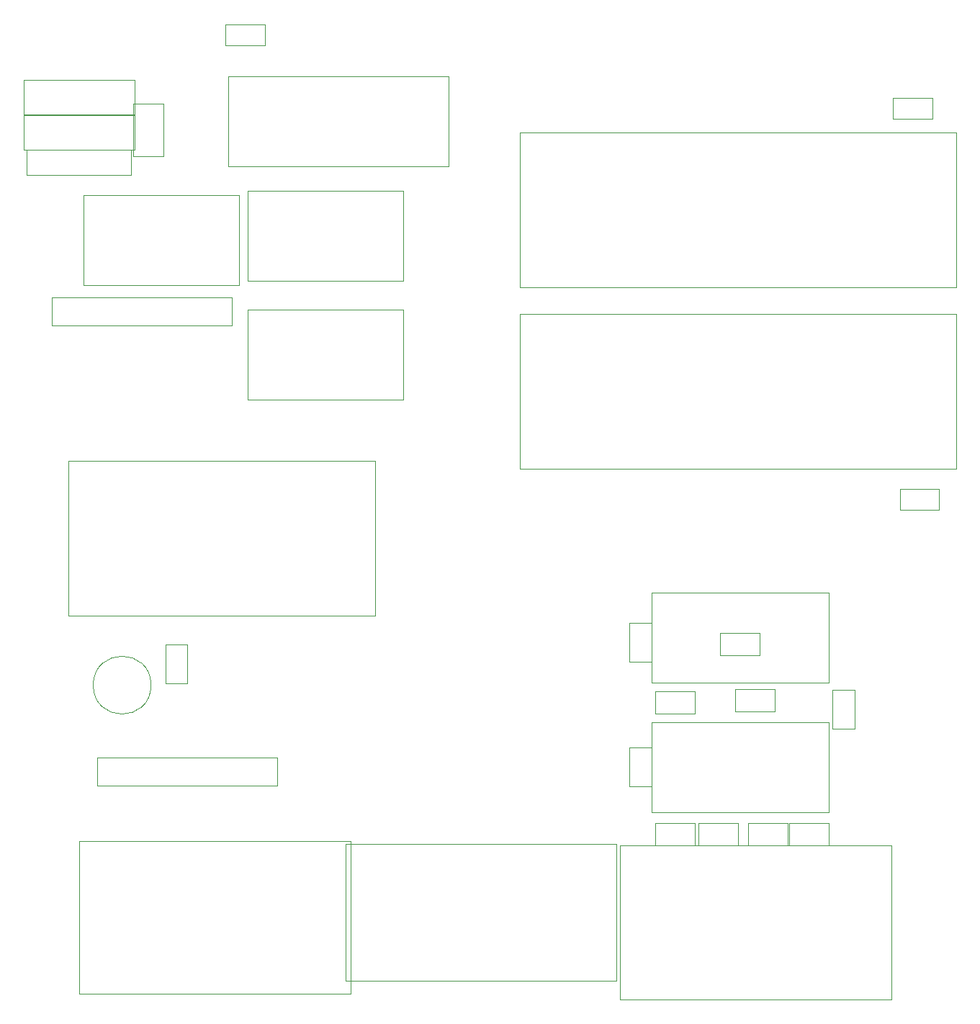
<source format=gbr>
%TF.GenerationSoftware,KiCad,Pcbnew,(5.1.10)-1*%
%TF.CreationDate,2024-03-27T07:56:36+01:00*%
%TF.ProjectId,KIM,4b494d2e-6b69-4636-9164-5f7063625858,rev?*%
%TF.SameCoordinates,Original*%
%TF.FileFunction,Other,User*%
%FSLAX46Y46*%
G04 Gerber Fmt 4.6, Leading zero omitted, Abs format (unit mm)*
G04 Created by KiCad (PCBNEW (5.1.10)-1) date 2024-03-27 07:56:36*
%MOMM*%
%LPD*%
G01*
G04 APERTURE LIST*
%ADD10C,0.050000*%
G04 APERTURE END LIST*
D10*
%TO.C,J4*%
X100598000Y-125782000D02*
X100598000Y-143732000D01*
X100598000Y-143732000D02*
X132498000Y-143732000D01*
X132498000Y-143732000D02*
X132498000Y-125782000D01*
X132498000Y-125782000D02*
X100598000Y-125782000D01*
%TO.C,J3*%
X164174000Y-126290000D02*
X164174000Y-144390000D01*
X164174000Y-144390000D02*
X196074000Y-144390000D01*
X196074000Y-144390000D02*
X196074000Y-126290000D01*
X196074000Y-126290000D02*
X164174000Y-126290000D01*
%TO.C,J2*%
X131896000Y-126120000D02*
X131896000Y-142170000D01*
X131896000Y-142170000D02*
X163796000Y-142170000D01*
X163796000Y-142170000D02*
X163796000Y-126120000D01*
X163796000Y-126120000D02*
X131896000Y-126120000D01*
%TO.C,RN2*%
X102694000Y-115952000D02*
X102694000Y-119252000D01*
X102694000Y-119252000D02*
X123894000Y-119252000D01*
X123894000Y-119252000D02*
X123894000Y-115952000D01*
X123894000Y-115952000D02*
X102694000Y-115952000D01*
%TO.C,J1*%
X106912000Y-39094000D02*
X106912000Y-45244000D01*
X106912000Y-45244000D02*
X110512000Y-45244000D01*
X110512000Y-45244000D02*
X110512000Y-39094000D01*
X110512000Y-39094000D02*
X106912000Y-39094000D01*
%TO.C,C5*%
X109044000Y-107442000D02*
G75*
G03*
X109044000Y-107442000I-3400000J0D01*
G01*
%TO.C,C4*%
X122422000Y-29738000D02*
X117822000Y-29738000D01*
X122422000Y-32238000D02*
X122422000Y-29738000D01*
X117822000Y-32238000D02*
X122422000Y-32238000D01*
X117822000Y-29738000D02*
X117822000Y-32238000D01*
%TO.C,C3*%
X201710000Y-84348000D02*
X197110000Y-84348000D01*
X201710000Y-86848000D02*
X201710000Y-84348000D01*
X197110000Y-86848000D02*
X201710000Y-86848000D01*
X197110000Y-84348000D02*
X197110000Y-86848000D01*
%TO.C,C2*%
X110764000Y-102622000D02*
X110764000Y-107222000D01*
X113264000Y-102622000D02*
X110764000Y-102622000D01*
X113264000Y-107222000D02*
X113264000Y-102622000D01*
X110764000Y-107222000D02*
X113264000Y-107222000D01*
%TO.C,C1*%
X200908000Y-38374000D02*
X196308000Y-38374000D01*
X200908000Y-40874000D02*
X200908000Y-38374000D01*
X196308000Y-40874000D02*
X200908000Y-40874000D01*
X196308000Y-38374000D02*
X196308000Y-40874000D01*
%TO.C,C6*%
X178048000Y-123668000D02*
X173448000Y-123668000D01*
X178048000Y-126268000D02*
X178048000Y-123668000D01*
X173448000Y-126268000D02*
X178048000Y-126268000D01*
X173448000Y-123668000D02*
X173448000Y-126268000D01*
%TO.C,C7*%
X168368000Y-123668000D02*
X168368000Y-126268000D01*
X168368000Y-126268000D02*
X172968000Y-126268000D01*
X172968000Y-126268000D02*
X172968000Y-123668000D01*
X172968000Y-123668000D02*
X168368000Y-123668000D01*
%TO.C,C8*%
X183890000Y-123668000D02*
X179290000Y-123668000D01*
X183890000Y-126268000D02*
X183890000Y-123668000D01*
X179290000Y-126268000D02*
X183890000Y-126268000D01*
X179290000Y-123668000D02*
X179290000Y-126268000D01*
%TO.C,C9*%
X165324000Y-104682000D02*
X167924000Y-104682000D01*
X167924000Y-104682000D02*
X167924000Y-100082000D01*
X167924000Y-100082000D02*
X165324000Y-100082000D01*
X165324000Y-100082000D02*
X165324000Y-104682000D01*
%TO.C,C10*%
X182366000Y-107920000D02*
X177766000Y-107920000D01*
X182366000Y-110520000D02*
X182366000Y-107920000D01*
X177766000Y-110520000D02*
X182366000Y-110520000D01*
X177766000Y-107920000D02*
X177766000Y-110520000D01*
%TO.C,C11*%
X184116000Y-123668000D02*
X184116000Y-126268000D01*
X184116000Y-126268000D02*
X188716000Y-126268000D01*
X188716000Y-126268000D02*
X188716000Y-123668000D01*
X188716000Y-123668000D02*
X184116000Y-123668000D01*
%TO.C,C12*%
X175988000Y-101316000D02*
X175988000Y-103916000D01*
X175988000Y-103916000D02*
X180588000Y-103916000D01*
X180588000Y-103916000D02*
X180588000Y-101316000D01*
X180588000Y-101316000D02*
X175988000Y-101316000D01*
%TO.C,C13*%
X167924000Y-119374000D02*
X167924000Y-114774000D01*
X165324000Y-119374000D02*
X167924000Y-119374000D01*
X165324000Y-114774000D02*
X165324000Y-119374000D01*
X167924000Y-114774000D02*
X165324000Y-114774000D01*
%TO.C,C14*%
X189200000Y-112556000D02*
X191800000Y-112556000D01*
X191800000Y-112556000D02*
X191800000Y-107956000D01*
X191800000Y-107956000D02*
X189200000Y-107956000D01*
X189200000Y-107956000D02*
X189200000Y-112556000D01*
%TO.C,C15*%
X172968000Y-108174000D02*
X168368000Y-108174000D01*
X172968000Y-110774000D02*
X172968000Y-108174000D01*
X168368000Y-110774000D02*
X172968000Y-110774000D01*
X168368000Y-108174000D02*
X168368000Y-110774000D01*
%TO.C,D1*%
X94054000Y-40368000D02*
X94054000Y-44468000D01*
X94054000Y-44468000D02*
X107114000Y-44468000D01*
X107114000Y-44468000D02*
X107114000Y-40368000D01*
X107114000Y-40368000D02*
X94054000Y-40368000D01*
%TO.C,D2*%
X107114000Y-36304000D02*
X94054000Y-36304000D01*
X107114000Y-40404000D02*
X107114000Y-36304000D01*
X94054000Y-40404000D02*
X107114000Y-40404000D01*
X94054000Y-36304000D02*
X94054000Y-40404000D01*
%TO.C,IC1*%
X99288000Y-99290000D02*
X135388000Y-99290000D01*
X135388000Y-99290000D02*
X135388000Y-81090000D01*
X135388000Y-81090000D02*
X99288000Y-81090000D01*
X99288000Y-81090000D02*
X99288000Y-99290000D01*
%TO.C,IC2*%
X152374000Y-60682000D02*
X203724000Y-60682000D01*
X203724000Y-60682000D02*
X203724000Y-42482000D01*
X203724000Y-42482000D02*
X152374000Y-42482000D01*
X152374000Y-42482000D02*
X152374000Y-60682000D01*
%TO.C,R1*%
X94454000Y-44474000D02*
X94454000Y-47474000D01*
X94454000Y-47474000D02*
X106714000Y-47474000D01*
X106714000Y-47474000D02*
X106714000Y-44474000D01*
X106714000Y-44474000D02*
X94454000Y-44474000D01*
%TO.C,RN1*%
X97360000Y-61850000D02*
X97360000Y-65150000D01*
X97360000Y-65150000D02*
X118560000Y-65150000D01*
X118560000Y-65150000D02*
X118560000Y-61850000D01*
X118560000Y-61850000D02*
X97360000Y-61850000D01*
%TO.C,U1*%
X101066000Y-60378000D02*
X119416000Y-60378000D01*
X119416000Y-60378000D02*
X119416000Y-49828000D01*
X119416000Y-49828000D02*
X101066000Y-49828000D01*
X101066000Y-49828000D02*
X101066000Y-60378000D01*
%TO.C,U2*%
X120370000Y-63290000D02*
X120370000Y-73840000D01*
X138720000Y-63290000D02*
X120370000Y-63290000D01*
X138720000Y-73840000D02*
X138720000Y-63290000D01*
X120370000Y-73840000D02*
X138720000Y-73840000D01*
%TO.C,U3*%
X120370000Y-59870000D02*
X138720000Y-59870000D01*
X138720000Y-59870000D02*
X138720000Y-49320000D01*
X138720000Y-49320000D02*
X120370000Y-49320000D01*
X120370000Y-49320000D02*
X120370000Y-59870000D01*
%TO.C,U4*%
X152374000Y-63818000D02*
X152374000Y-82018000D01*
X203724000Y-63818000D02*
X152374000Y-63818000D01*
X203724000Y-82018000D02*
X203724000Y-63818000D01*
X152374000Y-82018000D02*
X203724000Y-82018000D01*
%TO.C,U5*%
X118084000Y-46408000D02*
X144034000Y-46408000D01*
X144034000Y-46408000D02*
X144034000Y-35858000D01*
X144034000Y-35858000D02*
X118084000Y-35858000D01*
X118084000Y-35858000D02*
X118084000Y-46408000D01*
%TO.C,U6*%
X167868000Y-122354000D02*
X188718000Y-122354000D01*
X188718000Y-122354000D02*
X188718000Y-111804000D01*
X188718000Y-111804000D02*
X167868000Y-111804000D01*
X167868000Y-111804000D02*
X167868000Y-122354000D01*
%TO.C,U7*%
X167868000Y-96564000D02*
X167868000Y-107114000D01*
X188718000Y-96564000D02*
X167868000Y-96564000D01*
X188718000Y-107114000D02*
X188718000Y-96564000D01*
X167868000Y-107114000D02*
X188718000Y-107114000D01*
%TD*%
M02*

</source>
